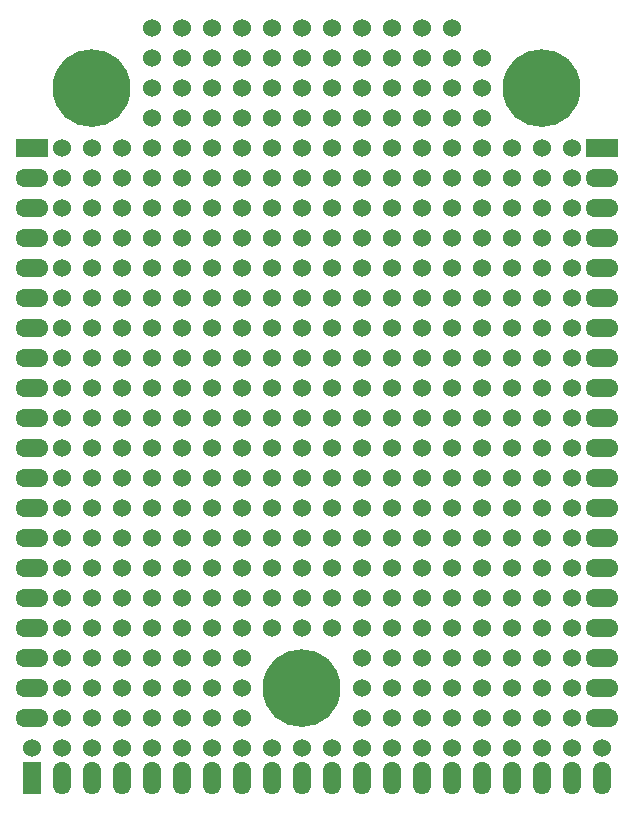
<source format=gbl>
G04 Layer_Physical_Order=2*
G04 Layer_Color=16711680*
%FSLAX25Y25*%
%MOIN*%
G70*
G01*
G75*
%ADD12C,0.06000*%
%ADD13C,0.17323*%
%ADD14R,0.11000X0.06000*%
%ADD15O,0.11000X0.06000*%
%ADD16R,0.06000X0.11000*%
%ADD17O,0.06000X0.11000*%
%ADD18C,0.02362*%
%ADD19C,0.04724*%
D12*
X340000Y150000D02*
D03*
X350000D02*
D03*
X330000D02*
D03*
X360000D02*
D03*
X400000D02*
D03*
X390000D02*
D03*
X380000D02*
D03*
X370000D02*
D03*
X440000D02*
D03*
X430000D02*
D03*
X420000D02*
D03*
X410000D02*
D03*
X480000D02*
D03*
X470000D02*
D03*
X460000D02*
D03*
X450000D02*
D03*
X490000D02*
D03*
X500000D02*
D03*
X510000D02*
D03*
X520000D02*
D03*
X510000Y170000D02*
D03*
Y180000D02*
D03*
Y160000D02*
D03*
Y190000D02*
D03*
Y230000D02*
D03*
Y220000D02*
D03*
Y210000D02*
D03*
Y200000D02*
D03*
Y270000D02*
D03*
Y260000D02*
D03*
Y250000D02*
D03*
Y240000D02*
D03*
Y310000D02*
D03*
Y300000D02*
D03*
Y290000D02*
D03*
Y280000D02*
D03*
Y320000D02*
D03*
Y330000D02*
D03*
Y340000D02*
D03*
Y350000D02*
D03*
X340000Y170000D02*
D03*
Y180000D02*
D03*
Y160000D02*
D03*
Y190000D02*
D03*
Y230000D02*
D03*
Y220000D02*
D03*
Y210000D02*
D03*
Y200000D02*
D03*
Y270000D02*
D03*
Y260000D02*
D03*
Y250000D02*
D03*
Y240000D02*
D03*
Y310000D02*
D03*
Y300000D02*
D03*
Y290000D02*
D03*
Y280000D02*
D03*
Y320000D02*
D03*
Y330000D02*
D03*
Y340000D02*
D03*
Y350000D02*
D03*
X350000D02*
D03*
X360000D02*
D03*
X370000D02*
D03*
X380000D02*
D03*
X390000D02*
D03*
X400000D02*
D03*
X410000D02*
D03*
X420000D02*
D03*
X430000D02*
D03*
X440000D02*
D03*
X450000D02*
D03*
X460000D02*
D03*
X470000D02*
D03*
X490000D02*
D03*
X480000D02*
D03*
X500000D02*
D03*
Y340000D02*
D03*
X480000D02*
D03*
X490000D02*
D03*
X470000D02*
D03*
X460000D02*
D03*
X450000D02*
D03*
X440000D02*
D03*
X430000D02*
D03*
X420000D02*
D03*
X410000D02*
D03*
X400000D02*
D03*
X390000D02*
D03*
X380000D02*
D03*
X370000D02*
D03*
X360000D02*
D03*
X350000D02*
D03*
X500000Y330000D02*
D03*
X480000D02*
D03*
X490000D02*
D03*
X470000D02*
D03*
X460000D02*
D03*
X450000D02*
D03*
X440000D02*
D03*
X430000D02*
D03*
X420000D02*
D03*
X410000D02*
D03*
X400000D02*
D03*
X390000D02*
D03*
X380000D02*
D03*
X370000D02*
D03*
X360000D02*
D03*
X350000D02*
D03*
X500000Y320000D02*
D03*
X480000D02*
D03*
X490000D02*
D03*
X470000D02*
D03*
X460000D02*
D03*
X450000D02*
D03*
X440000D02*
D03*
X430000D02*
D03*
X420000D02*
D03*
X410000D02*
D03*
X400000D02*
D03*
X390000D02*
D03*
X380000D02*
D03*
X370000D02*
D03*
X360000D02*
D03*
X350000D02*
D03*
Y280000D02*
D03*
X360000D02*
D03*
X370000D02*
D03*
X380000D02*
D03*
X390000D02*
D03*
X400000D02*
D03*
X410000D02*
D03*
X420000D02*
D03*
X430000D02*
D03*
X440000D02*
D03*
X450000D02*
D03*
X460000D02*
D03*
X470000D02*
D03*
X490000D02*
D03*
X480000D02*
D03*
X500000D02*
D03*
X350000Y290000D02*
D03*
X360000D02*
D03*
X370000D02*
D03*
X380000D02*
D03*
X390000D02*
D03*
X400000D02*
D03*
X410000D02*
D03*
X420000D02*
D03*
X430000D02*
D03*
X440000D02*
D03*
X450000D02*
D03*
X460000D02*
D03*
X470000D02*
D03*
X490000D02*
D03*
X480000D02*
D03*
X500000D02*
D03*
X350000Y300000D02*
D03*
X360000D02*
D03*
X370000D02*
D03*
X380000D02*
D03*
X390000D02*
D03*
X400000D02*
D03*
X410000D02*
D03*
X420000D02*
D03*
X430000D02*
D03*
X440000D02*
D03*
X450000D02*
D03*
X460000D02*
D03*
X470000D02*
D03*
X490000D02*
D03*
X480000D02*
D03*
X500000D02*
D03*
Y310000D02*
D03*
X480000D02*
D03*
X490000D02*
D03*
X470000D02*
D03*
X460000D02*
D03*
X450000D02*
D03*
X440000D02*
D03*
X430000D02*
D03*
X420000D02*
D03*
X410000D02*
D03*
X400000D02*
D03*
X390000D02*
D03*
X380000D02*
D03*
X370000D02*
D03*
X360000D02*
D03*
X350000D02*
D03*
Y240000D02*
D03*
X360000D02*
D03*
X370000D02*
D03*
X380000D02*
D03*
X390000D02*
D03*
X400000D02*
D03*
X410000D02*
D03*
X420000D02*
D03*
X430000D02*
D03*
X440000D02*
D03*
X450000D02*
D03*
X460000D02*
D03*
X470000D02*
D03*
X490000D02*
D03*
X480000D02*
D03*
X500000D02*
D03*
X350000Y250000D02*
D03*
X360000D02*
D03*
X370000D02*
D03*
X380000D02*
D03*
X390000D02*
D03*
X400000D02*
D03*
X410000D02*
D03*
X420000D02*
D03*
X430000D02*
D03*
X440000D02*
D03*
X450000D02*
D03*
X460000D02*
D03*
X470000D02*
D03*
X490000D02*
D03*
X480000D02*
D03*
X500000D02*
D03*
X350000Y260000D02*
D03*
X360000D02*
D03*
X370000D02*
D03*
X380000D02*
D03*
X390000D02*
D03*
X400000D02*
D03*
X410000D02*
D03*
X420000D02*
D03*
X430000D02*
D03*
X440000D02*
D03*
X450000D02*
D03*
X460000D02*
D03*
X470000D02*
D03*
X490000D02*
D03*
X480000D02*
D03*
X500000D02*
D03*
Y270000D02*
D03*
X480000D02*
D03*
X490000D02*
D03*
X470000D02*
D03*
X460000D02*
D03*
X450000D02*
D03*
X440000D02*
D03*
X430000D02*
D03*
X420000D02*
D03*
X410000D02*
D03*
X400000D02*
D03*
X390000D02*
D03*
X380000D02*
D03*
X370000D02*
D03*
X360000D02*
D03*
X350000D02*
D03*
Y200000D02*
D03*
X360000D02*
D03*
X370000D02*
D03*
X380000D02*
D03*
X390000D02*
D03*
X400000D02*
D03*
X410000D02*
D03*
X420000D02*
D03*
X430000D02*
D03*
X440000D02*
D03*
X450000D02*
D03*
X460000D02*
D03*
X470000D02*
D03*
X490000D02*
D03*
X480000D02*
D03*
X500000D02*
D03*
X350000Y210000D02*
D03*
X360000D02*
D03*
X370000D02*
D03*
X380000D02*
D03*
X390000D02*
D03*
X400000D02*
D03*
X410000D02*
D03*
X420000D02*
D03*
X430000D02*
D03*
X440000D02*
D03*
X450000D02*
D03*
X460000D02*
D03*
X470000D02*
D03*
X490000D02*
D03*
X480000D02*
D03*
X500000D02*
D03*
X350000Y220000D02*
D03*
X360000D02*
D03*
X370000D02*
D03*
X380000D02*
D03*
X390000D02*
D03*
X400000D02*
D03*
X410000D02*
D03*
X420000D02*
D03*
X430000D02*
D03*
X440000D02*
D03*
X450000D02*
D03*
X460000D02*
D03*
X470000D02*
D03*
X490000D02*
D03*
X480000D02*
D03*
X500000D02*
D03*
Y230000D02*
D03*
X480000D02*
D03*
X490000D02*
D03*
X470000D02*
D03*
X460000D02*
D03*
X450000D02*
D03*
X440000D02*
D03*
X430000D02*
D03*
X420000D02*
D03*
X410000D02*
D03*
X400000D02*
D03*
X390000D02*
D03*
X380000D02*
D03*
X370000D02*
D03*
X360000D02*
D03*
X350000D02*
D03*
X500000Y190000D02*
D03*
X480000D02*
D03*
X490000D02*
D03*
X470000D02*
D03*
X460000D02*
D03*
X450000D02*
D03*
X440000D02*
D03*
X430000D02*
D03*
X420000D02*
D03*
X410000D02*
D03*
X400000D02*
D03*
X390000D02*
D03*
X380000D02*
D03*
X370000D02*
D03*
X360000D02*
D03*
X350000D02*
D03*
Y160000D02*
D03*
X360000D02*
D03*
X370000D02*
D03*
X380000D02*
D03*
X390000D02*
D03*
X400000D02*
D03*
Y180000D02*
D03*
X390000D02*
D03*
X380000D02*
D03*
X370000D02*
D03*
X360000D02*
D03*
X350000D02*
D03*
X400000Y170000D02*
D03*
X390000D02*
D03*
X380000D02*
D03*
X370000D02*
D03*
X360000D02*
D03*
X350000D02*
D03*
X440000Y160000D02*
D03*
X450000D02*
D03*
X460000D02*
D03*
X470000D02*
D03*
X480000D02*
D03*
X490000D02*
D03*
Y180000D02*
D03*
X480000D02*
D03*
X470000D02*
D03*
X460000D02*
D03*
X450000D02*
D03*
X440000D02*
D03*
X490000Y170000D02*
D03*
X480000D02*
D03*
X470000D02*
D03*
X460000D02*
D03*
X450000D02*
D03*
X440000D02*
D03*
X500000D02*
D03*
Y160000D02*
D03*
Y180000D02*
D03*
X370000Y360000D02*
D03*
X380000D02*
D03*
X390000D02*
D03*
X400000D02*
D03*
X410000D02*
D03*
X420000D02*
D03*
X430000D02*
D03*
X440000D02*
D03*
X450000D02*
D03*
X460000D02*
D03*
X470000D02*
D03*
X480000D02*
D03*
X370000Y370000D02*
D03*
X380000D02*
D03*
X390000D02*
D03*
X400000D02*
D03*
X410000D02*
D03*
X420000D02*
D03*
X430000D02*
D03*
X440000D02*
D03*
X450000D02*
D03*
X460000D02*
D03*
X470000D02*
D03*
X480000D02*
D03*
Y380000D02*
D03*
X470000D02*
D03*
X460000D02*
D03*
X450000D02*
D03*
X440000D02*
D03*
X430000D02*
D03*
X420000D02*
D03*
X410000D02*
D03*
X400000D02*
D03*
X390000D02*
D03*
X380000D02*
D03*
X370000D02*
D03*
Y390000D02*
D03*
X380000D02*
D03*
X390000D02*
D03*
X400000D02*
D03*
X410000D02*
D03*
X420000D02*
D03*
X430000D02*
D03*
X440000D02*
D03*
X450000D02*
D03*
X460000D02*
D03*
X470000D02*
D03*
D13*
X420000Y170000D02*
D03*
X350000Y370000D02*
D03*
X500000D02*
D03*
D14*
X520000Y350000D02*
D03*
X330000D02*
D03*
D15*
X520000Y340000D02*
D03*
Y330000D02*
D03*
Y320000D02*
D03*
Y310000D02*
D03*
Y300000D02*
D03*
Y290000D02*
D03*
Y280000D02*
D03*
Y270000D02*
D03*
Y260000D02*
D03*
Y250000D02*
D03*
Y240000D02*
D03*
Y230000D02*
D03*
Y220000D02*
D03*
Y210000D02*
D03*
Y200000D02*
D03*
Y190000D02*
D03*
Y180000D02*
D03*
Y170000D02*
D03*
Y160000D02*
D03*
X330000Y340000D02*
D03*
Y330000D02*
D03*
Y320000D02*
D03*
Y310000D02*
D03*
Y300000D02*
D03*
Y290000D02*
D03*
Y280000D02*
D03*
Y270000D02*
D03*
Y260000D02*
D03*
Y250000D02*
D03*
Y240000D02*
D03*
Y230000D02*
D03*
Y220000D02*
D03*
Y210000D02*
D03*
Y200000D02*
D03*
Y190000D02*
D03*
Y180000D02*
D03*
Y170000D02*
D03*
Y160000D02*
D03*
D16*
Y140000D02*
D03*
D17*
X340000D02*
D03*
X350000D02*
D03*
X360000D02*
D03*
X370000D02*
D03*
X380000D02*
D03*
X390000D02*
D03*
X400000D02*
D03*
X410000D02*
D03*
X420000D02*
D03*
X430000D02*
D03*
X440000D02*
D03*
X450000D02*
D03*
X460000D02*
D03*
X470000D02*
D03*
X480000D02*
D03*
X490000D02*
D03*
X500000D02*
D03*
X510000D02*
D03*
X520000D02*
D03*
D18*
X426124Y176125D02*
D03*
X428661Y170000D02*
D03*
X426124Y163875D02*
D03*
X420000Y161339D02*
D03*
X413875Y163875D02*
D03*
X411339Y170000D02*
D03*
X413875Y176125D02*
D03*
X420000Y178661D02*
D03*
X356124Y376125D02*
D03*
X358661Y370000D02*
D03*
X356124Y363876D02*
D03*
X350000Y361339D02*
D03*
X343876Y363876D02*
D03*
X341339Y370000D02*
D03*
X343876Y376125D02*
D03*
X350000Y378661D02*
D03*
X506124Y376125D02*
D03*
X508661Y370000D02*
D03*
X506124Y363876D02*
D03*
X500000Y361339D02*
D03*
X493876Y363876D02*
D03*
X491339Y370000D02*
D03*
X493876Y376125D02*
D03*
X500000Y378661D02*
D03*
D19*
X430637Y170000D02*
G03*
X430637Y170000I-10637J0D01*
G01*
X360637Y370000D02*
G03*
X360637Y370000I-10637J0D01*
G01*
X510637D02*
G03*
X510637Y370000I-10637J0D01*
G01*
M02*

</source>
